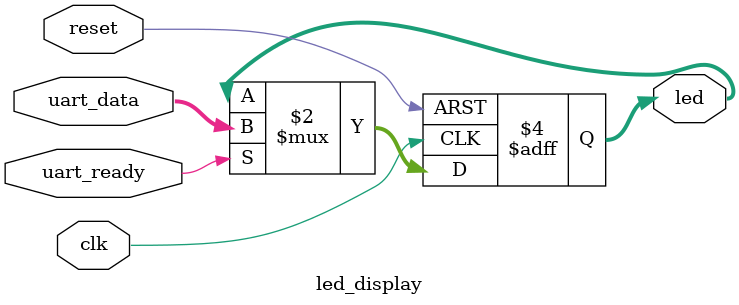
<source format=v>
module led_display (
    input wire clk,           // System clock
    input wire reset,         // Reset signal
    input wire [7:0] uart_data, // 8-bit data from UART
    input wire uart_ready,    // Signal indicating new data received
    output reg [7:0] led      // 8-bit LED output
);

    // State machine to hold LED output until new data is received
    always @(posedge clk or posedge reset) begin
        if (reset) begin
            led <= 8'd0; // Reset LED output
        end else if (uart_ready) begin
            led <= uart_data; // Update LED output with new UART data
        end
    end

endmodule

</source>
